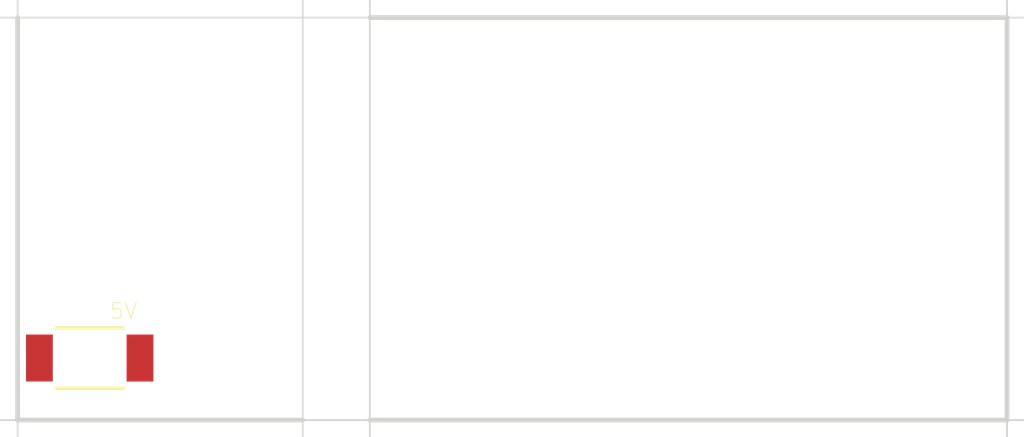
<source format=kicad_pcb>
(kicad_pcb (version 20240108) (generator "pcbnew") (generator_version "8.0")
  (layers (0 "F.Cu" signal) (31 "B.Cu" signal) (34 "B.Paste" user) (35 "F.Paste" user) (36 "B.SilkS" user "B.Silkscreen") (37 "F.SilkS" user "F.Silkscreen") (38 "B.Mask" user) (39 "F.Mask" user) (44 "Edge.Cuts" user))
  (net 0 "")
  (footprint "SPRacingRXN1-RevB-20240507-1510:CAP_1206_MURATA_GRT31" (layer "F.Cu") (at 122.65 100.4 179.9946913)
    (property "Reference" "C106" (hide yes))
    (property "Value" "10uF 50V 1206 X5R 10%" (hide yes))
    (fp_line (start -1 -0.9) (end 1 -0.9) (stroke (width 0.1)) (layer "F.SilkS"))
    (fp_line (start -1 0.9) (end 1 0.9) (stroke (width 0.1)) (layer "F.SilkS"))
    (pad "1" smd rect (at -1.5 0 179.9946913) (size 0.8 1.4) (layers "F.Cu" "F.Paste" "F.Mask"))
    (pad "2" smd rect (at 1.5 0 179.9946913) (size 0.8 1.4) (layers "F.Cu" "F.Paste" "F.Mask"))
  )
  (gr_line (start 150 90.25) (end 131 90.25) (stroke (width 0.14)) (layer "Edge.Cuts"))
  (gr_line (start 120.5 89.75) (end 120.5 102.75) (stroke (width 0.05)) (layer "Edge.Cuts"))
  (gr_line (start 150 102.25) (end 150 90.25) (stroke (width 0.14)) (layer "Edge.Cuts"))
  (gr_line (start 120.5 102.25) (end 129 102.25) (stroke (width 0.14)) (layer "Edge.Cuts"))
  (gr_line (start 120.5 90.25) (end 120.5 102.25) (stroke (width 0.14)) (layer "Edge.Cuts"))
  (gr_line (start 150 89.75) (end 150 102.75) (stroke (width 0.05)) (layer "Edge.Cuts"))
  (gr_line (start 150.5 102.25) (end 120 102.25) (stroke (width 0.05)) (layer "Edge.Cuts"))
  (gr_line (start 120 90.25) (end 150.5 90.25) (stroke (width 0.05)) (layer "Edge.Cuts"))
  (gr_line (start 131 102.25) (end 150 102.25) (stroke (width 0.14)) (layer "Edge.Cuts"))
  (gr_line (start 131 89.75) (end 131 102.75) (stroke (width 0.05)) (layer "Edge.Cuts"))
  (gr_line (start 129 89.75) (end 129 102.75) (stroke (width 0.05)) (layer "Edge.Cuts"))
  (gr_text "5V" (at 123.217 99 0) (layer "F.SilkS") (effects (font (size 0.46342 0.46342) (thickness 0.02958)) (justify left)))
  (gr_text "" (at 123.65 101.3 179.9946913) (layer "F.SilkS") (effects (font (size 0.001 0.001)) (justify left)))
  (gr_text "" (at 123.15 98.475 359.9951123) (layer "F.SilkS") (effects (font (size 0.001 0.001)) (justify left bottom)))
  (gr_text "" (at 127.85 100.2 179.9946913) (layer "F.SilkS") (effects (font (size 0.001 0.001)) (justify left)))
  (gr_text "" (at 124.75 100.35 0.005051019751) (layer "F.SilkS") (effects (font (size 0.001 0.001)) (justify left)))
  (gr_text "" (at 123.15 97.625 359.9951123) (layer "F.SilkS") (effects (font (size 0.001 0.001)) (justify left bottom)))
  (gr_text "" (at 125.7 99.95 0.005051019751) (layer "F.SilkS") (effects (font (size 0.001 0.001)) (justify left)))
  (gr_text "" (at 121.525 98.9 89.99532272) (layer "F.SilkS") (effects (font (size 0.001 0.001)) (justify left)))
  (gr_text "" (at 131.125 97.75 90) (layer "F.SilkS") (effects (font (size 0.001 0.001)) (justify left)))
  (gr_text "" (at 120.675 98.9 89.99532272) (layer "F.SilkS") (effects (font (size 0.001 0.001)) (justify left)))
  (gr_text "" (at 122.425 98.1 269.9949018) (layer "F.SilkS") (effects (font (size 0.001 0.001)) (justify left)))
  (gr_text "" (at 131.975 97.75 90) (layer "F.SilkS") (effects (font (size 0.001 0.001)) (justify left)))
  (gr_text "" (at 121.575 98.1 269.9949018) (layer "F.SilkS") (effects (font (size 0.001 0.001)) (justify left)))
  (gr_text "" (at 123.65 99.5 179.9946913) (layer "F.SilkS") (effects (font (size 0.001 0.001)) (justify left)))
  (gr_text "" (at 127.85 98.4 179.9946913) (layer "F.SilkS") (effects (font (size 0.001 0.001)) (justify left)))
  (gr_text "" (at 124.7 98.25 0) (layer "F.SilkS") (effects (font (size 0.001 0.001)) (justify left)))
)
</source>
